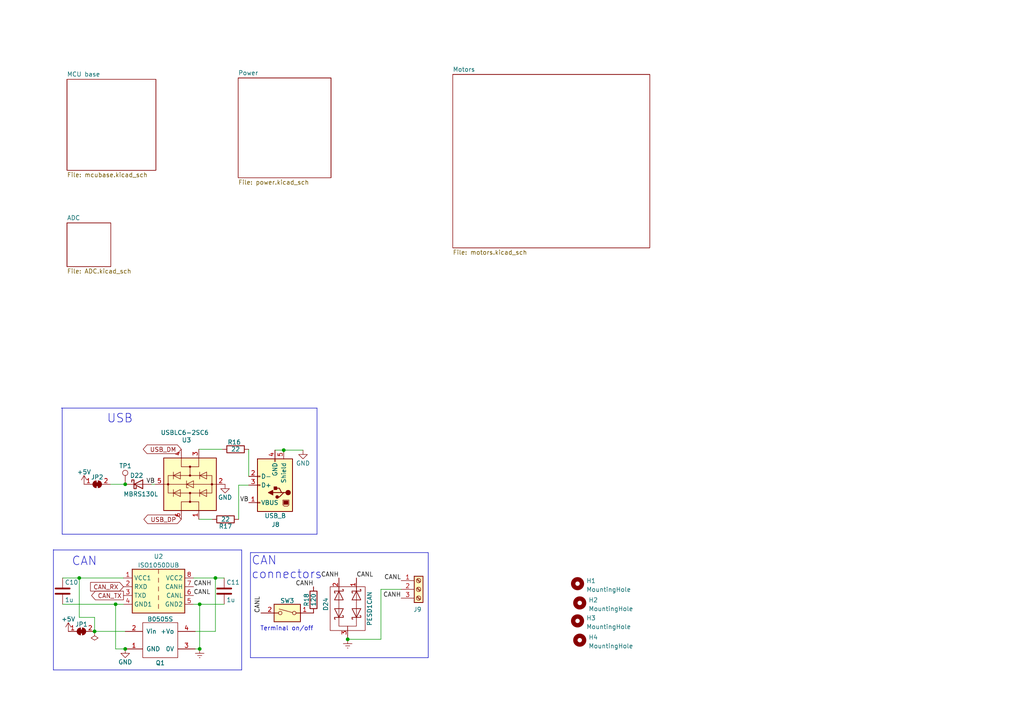
<source format=kicad_sch>
(kicad_sch (version 20250114) (generator "eeschema") (generator_version "9.0")
  (paper "A4")
  (lib_symbols
    (symbol "Connector:Screw_Terminal_01x03" (pin_names (offset 1.016) (hide yes))
      (property "Reference" "J" (at 0 5.08 0))
      (property "Value" "Screw_Terminal_01x03" (at 0 -5.08 0))
      (symbol "Screw_Terminal_01x03_1_1"
        (rectangle (start -1.27 3.81) (end 1.27 -3.81) (stroke (width 0.254)) (fill (type background)))
        (polyline (pts (xy -0.5334 2.8702) (xy 0.3302 2.032)) (stroke (width 0.1524)))
        (polyline (pts (xy -0.5334 0.3302) (xy 0.3302 -0.508)) (stroke (width 0.1524)))
        (polyline (pts (xy -0.5334 -2.2098) (xy 0.3302 -3.048)) (stroke (width 0.1524)))
        (polyline (pts (xy -0.3556 3.048) (xy 0.508 2.2098)) (stroke (width 0.1524)))
        (polyline (pts (xy -0.3556 0.508) (xy 0.508 -0.3302)) (stroke (width 0.1524)))
        (polyline (pts (xy -0.3556 -2.032) (xy 0.508 -2.8702)) (stroke (width 0.1524)))
        (circle (center 0 2.54) (radius 0.635) (stroke (width 0.1524)))
        (circle (center 0 0) (radius 0.635) (stroke (width 0.1524)))
        (circle (center 0 -2.54) (radius 0.635) (stroke (width 0.1524)))
        (pin passive line (at -5.08 2.54 0) (length 3.81) (name "Pin_1") (number "1"))
        (pin passive line (at -5.08 0 0) (length 3.81) (name "Pin_2") (number "2"))
        (pin passive line (at -5.08 -2.54 0) (length 3.81) (name "Pin_3") (number "3"))
      )
    )
    (symbol "Connector:TestPoint" (pin_numbers (hide yes)) (pin_names (offset 0.762) (hide yes))
      (property "Reference" "TP" (at 0 6.858 0))
      (property "Value" "TestPoint" (at 0 5.08 0))
      (symbol "TestPoint_0_1"
        (circle (center 0 3.302) (radius 0.762))
      )
      (symbol "TestPoint_1_1"
        (pin passive line (at 0 0 90) (length 2.54) (name "1") (number "1"))
      )
    )
    (symbol "Connector:USB_B" (pin_names (offset 1.016))
      (property "Reference" "J" (at -5.08 11.43 0))
      (property "Value" "USB_B" (at -5.08 8.89 0))
      (symbol "USB_B_0_1"
        (rectangle (start -5.08 -7.62) (end 5.08 7.62) (stroke (width 0.254)) (fill (type background)))
        (polyline (pts (xy -4.064 4.318) (xy -2.286 4.318) (xy -2.286 5.715) (xy -2.667 6.096) (xy -3.683 6.096) (xy -4.064 5.715) (xy -4.064 4.318)))
        (rectangle (start -3.81 5.588) (end -2.54 4.572) (fill (type outline)))
        (circle (center -3.81 2.159) (radius 0.635) (stroke (width 0.254)) (fill (type outline)))
        (polyline (pts (xy -3.175 2.159) (xy -2.54 2.159) (xy -1.27 3.429) (xy -0.635 3.429)) (stroke (width 0.254)))
        (polyline (pts (xy -2.54 2.159) (xy -1.905 2.159) (xy -1.27 0.889) (xy 0 0.889)) (stroke (width 0.254)))
        (polyline (pts (xy -1.905 2.159) (xy 0.635 2.159)) (stroke (width 0.254)))
        (circle (center -0.635 3.429) (radius 0.381) (stroke (width 0.254)) (fill (type outline)))
        (rectangle (start -0.127 -7.62) (end 0.127 -6.858))
        (rectangle (start 0.254 1.27) (end -0.508 0.508) (stroke (width 0.254)) (fill (type outline)))
        (polyline (pts (xy 0.635 2.794) (xy 0.635 1.524) (xy 1.905 2.159) (xy 0.635 2.794)) (stroke (width 0.254)) (fill (type outline)))
        (rectangle (start 5.08 4.953) (end 4.318 5.207))
        (rectangle (start 5.08 -0.127) (end 4.318 0.127))
        (rectangle (start 5.08 -2.667) (end 4.318 -2.413))
      )
      (symbol "USB_B_1_1"
        (pin passive line (at -2.54 -10.16 90) (length 2.54) (name "Shield") (number "5"))
        (pin power_out line (at 0 -10.16 90) (length 2.54) (name "GND") (number "4"))
        (pin power_out line (at 7.62 5.08 180) (length 2.54) (name "VBUS") (number "1"))
        (pin bidirectional line (at 7.62 0 180) (length 2.54) (name "D+") (number "3"))
        (pin bidirectional line (at 7.62 -2.54 180) (length 2.54) (name "D-") (number "2"))
      )
    )
    (symbol "Device:D_Schottky" (pin_numbers (hide yes)) (pin_names (offset 1.016) (hide yes))
      (property "Reference" "D" (at 0 2.54 0))
      (property "Value" "D_Schottky" (at 0 -2.54 0))
      (symbol "D_Schottky_0_1"
        (polyline (pts (xy -1.905 0.635) (xy -1.905 1.27) (xy -1.27 1.27) (xy -1.27 -1.27) (xy -0.635 -1.27) (xy -0.635 -0.635)) (stroke (width 0.254)))
        (polyline (pts (xy 1.27 1.27) (xy 1.27 -1.27) (xy -1.27 0) (xy 1.27 1.27)) (stroke (width 0.254)))
        (polyline (pts (xy 1.27 0) (xy -1.27 0)))
      )
      (symbol "D_Schottky_1_1"
        (pin passive line (at -3.81 0 0) (length 2.54) (name "K") (number "1"))
        (pin passive line (at 3.81 0 180) (length 2.54) (name "A") (number "2"))
      )
    )
    (symbol "Interface_CAN_LIN:ISO1050DUB"
      (property "Reference" "U" (at -6.35 6.35 0))
      (property "Value" "ISO1050DUB" (at 2.54 6.35 0))
      (symbol "ISO1050DUB_0_1"
        (rectangle (start -7.62 5.08) (end 7.62 -7.62) (stroke (width 0.254)) (fill (type background)))
        (polyline (pts (xy 0 5.08) (xy 0 3.81)))
        (polyline (pts (xy 0 2.54) (xy 0 1.27)))
        (polyline (pts (xy 0 0) (xy 0 -1.27)))
        (polyline (pts (xy 0 -2.54) (xy 0 -3.81)))
        (polyline (pts (xy 0 -5.08) (xy 0 -6.35)))
      )
      (symbol "ISO1050DUB_1_1"
        (pin power_in line (at -10.16 2.54 0) (length 2.54) (name "VCC1") (number "1"))
        (pin output line (at -10.16 0 0) (length 2.54) (name "RXD") (number "2"))
        (pin input line (at -10.16 -2.54 0) (length 2.54) (name "TXD") (number "3"))
        (pin power_in line (at -10.16 -5.08 0) (length 2.54) (name "GND1") (number "4"))
        (pin power_in line (at 10.16 2.54 180) (length 2.54) (name "VCC2") (number "8"))
        (pin bidirectional line (at 10.16 0 180) (length 2.54) (name "CANH") (number "7"))
        (pin bidirectional line (at 10.16 -2.54 180) (length 2.54) (name "CANL") (number "6"))
        (pin power_in line (at 10.16 -5.08 180) (length 2.54) (name "GND2") (number "5"))
      )
    )
    (symbol "Jumper:SolderJumper_2_Bridged" (pin_names (offset 0) (hide yes))
      (property "Reference" "JP" (at 0 2.032 0))
      (property "Value" "SolderJumper_2_Bridged" (at 0 -2.54 0))
      (symbol "SolderJumper_2_Bridged_0_1"
        (rectangle (start -0.508 0.508) (end 0.508 -0.508) (fill (type outline)))
        (polyline (pts (xy -0.254 1.016) (xy -0.254 -1.016)))
        (arc (start -0.254 -1.016) (mid -1.2656 0) (end -0.254 1.016))
        (arc (start -0.254 -1.016) (mid -1.2656 0) (end -0.254 1.016) (fill (type outline)))
        (arc (start 0.254 1.016) (mid 1.2656 0) (end 0.254 -1.016))
        (arc (start 0.254 1.016) (mid 1.2656 0) (end 0.254 -1.016) (fill (type outline)))
        (polyline (pts (xy 0.254 1.016) (xy 0.254 -1.016)))
      )
      (symbol "SolderJumper_2_Bridged_1_1"
        (pin passive line (at -3.81 0 0) (length 2.54) (name "A") (number "1"))
        (pin passive line (at 3.81 0 180) (length 2.54) (name "B") (number "2"))
      )
    )
    (symbol "Mechanical:MountingHole" (pin_names (offset 1.016))
      (property "Reference" "H" (at 0 5.08 0))
      (property "Value" "MountingHole" (at 0 3.175 0))
      (symbol "MountingHole_0_1"
        (circle (center 0 0) (radius 1.27) (stroke (width 1.27)))
      )
    )
    (symbol "Power_Protection:USBLC6-2SC6" (pin_names (hide yes))
      (property "Reference" "U" (at 2.54 8.89 0))
      (property "Value" "USBLC6-2SC6" (at 2.54 -8.89 0))
      (symbol "USBLC6-2SC6_0_1"
        (rectangle (start -7.62 -7.62) (end 7.62 7.62) (stroke (width 0.254)) (fill (type background)))
        (polyline (pts (xy -5.08 2.54) (xy -7.62 2.54)))
        (circle (center -5.08 0) (radius 0.254) (fill (type outline)))
        (polyline (pts (xy -5.08 0) (xy -5.08 -2.54)))
        (polyline (pts (xy -5.08 -2.54) (xy -7.62 -2.54)))
        (polyline (pts (xy -3.556 2.794) (xy -1.524 2.794) (xy -2.54 4.826) (xy -3.556 2.794)))
        (polyline (pts (xy -3.556 -4.826) (xy -1.524 -4.826) (xy -2.54 -2.794) (xy -3.556 -4.826)))
        (rectangle (start -2.54 6.35) (end 2.54 -6.35))
        (circle (center -2.54 0) (radius 0.254) (fill (type outline)))
        (polyline (pts (xy -2.54 0) (xy -5.08 0) (xy -5.08 2.54)))
        (polyline (pts (xy -1.524 4.826) (xy -3.556 4.826)))
        (polyline (pts (xy -1.524 -2.794) (xy -3.556 -2.794)))
        (polyline (pts (xy -1.016 -1.016) (xy 1.016 -1.016) (xy 0 1.016) (xy -1.016 -1.016)))
        (circle (center 0 6.35) (radius 0.254) (fill (type outline)))
        (polyline (pts (xy 0 6.35) (xy 0 7.62)))
        (polyline (pts (xy 0 1.27) (xy 0 6.35)))
        (polyline (pts (xy 0 -6.35) (xy 0 1.27)))
        (circle (center 0 -6.35) (radius 0.254) (fill (type outline)))
        (polyline (pts (xy 0 -7.62) (xy 0 -6.35)))
        (polyline (pts (xy 1.016 1.016) (xy 0.762 1.016) (xy -1.016 1.016) (xy -1.016 0.508)))
        (polyline (pts (xy 1.524 4.826) (xy 3.556 4.826)))
        (polyline (pts (xy 1.524 -2.794) (xy 3.556 -2.794)))
        (polyline (pts (xy 2.54 0) (xy 5.08 0) (xy 5.08 2.54)))
        (circle (center 2.54 0) (radius 0.254) (fill (type outline)))
        (polyline (pts (xy 3.556 2.794) (xy 1.524 2.794) (xy 2.54 4.826) (xy 3.556 2.794)))
        (polyline (pts (xy 3.556 -4.826) (xy 1.524 -4.826) (xy 2.54 -2.794) (xy 3.556 -4.826)))
        (polyline (pts (xy 5.08 2.54) (xy 7.62 2.54)))
        (polyline (pts (xy 5.08 0) (xy 5.08 -2.54)))
        (circle (center 5.08 0) (radius 0.254) (fill (type outline)))
        (polyline (pts (xy 5.08 -2.54) (xy 7.62 -2.54)))
      )
      (symbol "USBLC6-2SC6_1_1"
        (pin passive line (at -10.16 2.54 0) (length 2.54) (name "I/O1") (number "6"))
        (pin passive line (at -10.16 -2.54 0) (length 2.54) (name "I/O1") (number "1"))
        (pin passive line (at 0 10.16 270) (length 2.54) (name "VBUS") (number "5"))
        (pin passive line (at 0 -10.16 90) (length 2.54) (name "GND") (number "2"))
        (pin passive line (at 10.16 2.54 180) (length 2.54) (name "I/O2") (number "4"))
        (pin passive line (at 10.16 -2.54 180) (length 2.54) (name "I/O2") (number "3"))
      )
    )
    (symbol "Switch:SW_DIP_x01" (pin_names (offset 0) (hide yes))
      (property "Reference" "SW" (at 0 3.81 0))
      (property "Value" "SW_DIP_x01" (at 0 -3.81 0))
      (symbol "SW_DIP_x01_0_0"
        (circle (center -2.032 0) (radius 0.508))
        (polyline (pts (xy -1.524 0.127) (xy 2.3622 1.1684)))
        (circle (center 2.032 0) (radius 0.508))
      )
      (symbol "SW_DIP_x01_0_1"
        (rectangle (start -3.81 2.54) (end 3.81 -2.54) (stroke (width 0.254)) (fill (type background)))
      )
      (symbol "SW_DIP_x01_1_1"
        (pin passive line (at -7.62 0 0) (length 5.08) (name "~") (number "1"))
        (pin passive line (at 7.62 0 180) (length 5.08) (name "~") (number "2"))
      )
    )
    (symbol "elements:B0505S" (pin_names (offset 1.016))
      (property "Reference" "Q?" (at 0 6.35 0))
      (property "Value" "B0505S" (at 0 -6.35 0))
      (symbol "B0505S_0_1"
        (rectangle (start -5.08 5.08) (end 5.08 -5.08))
      )
      (symbol "B0505S_1_1"
        (pin power_in line (at -10.16 2.54 0) (length 5.08) (name "Vin") (number "2"))
        (pin power_in line (at -10.16 -2.54 0) (length 5.08) (name "GND") (number "1"))
        (pin power_out line (at 10.16 2.54 180) (length 5.08) (name "+Vo") (number "4"))
        (pin power_out line (at 10.16 -2.54 180) (length 5.08) (name "0V") (number "3"))
      )
    )
    (symbol "elements:PESD1CAN" (pin_names (offset 0.762) (hide yes))
      (property "Reference" "D" (at 0 -8.89 0))
      (property "Value" "PESD1CAN" (at 1.27 3.81 0))
      (symbol "PESD1CAN_0_1"
        (rectangle (start -5.08 2.54) (end 7.62 -7.62))
        (polyline (pts (xy -3.81 1.27) (xy -3.81 -1.27) (xy -3.81 -1.27)) (stroke (width 0.2032)))
        (polyline (pts (xy -3.81 1.27) (xy -4.318 1.27) (xy -4.318 1.016) (xy -4.318 1.016)) (stroke (width 0.2032)))
        (polyline (pts (xy -3.81 -3.81) (xy -3.81 -6.35) (xy -3.81 -6.35)) (stroke (width 0.2032)))
        (polyline (pts (xy -3.81 -3.81) (xy -4.318 -3.81) (xy -4.318 -4.064) (xy -4.318 -4.064)) (stroke (width 0.2032)))
        (polyline (pts (xy -3.556 0) (xy 3.81 0)))
        (polyline (pts (xy -3.556 -5.08) (xy 3.81 -5.08)))
        (polyline (pts (xy -3.302 -1.016) (xy -3.302 -1.27) (xy -3.81 -1.27) (xy -3.81 -1.27) (xy -3.81 -1.27)) (stroke (width 0.2032)))
        (polyline (pts (xy -3.302 -6.096) (xy -3.302 -6.35) (xy -3.81 -6.35) (xy -3.81 -6.35) (xy -3.81 -6.35)) (stroke (width 0.2032)))
        (polyline (pts (xy -1.27 -1.27) (xy -3.81 0) (xy -1.27 1.27) (xy -1.27 -1.27) (xy -1.27 -1.27) (xy -1.27 -1.27)) (stroke (width 0.2032)))
        (polyline (pts (xy -1.27 -6.35) (xy -3.81 -5.08) (xy -1.27 -3.81) (xy -1.27 -6.35) (xy -1.27 -6.35) (xy -1.27 -6.35)) (stroke (width 0.2032)))
        (polyline (pts (xy 1.27 1.27) (xy 3.81 0) (xy 1.27 -1.27) (xy 1.27 1.27) (xy 1.27 1.27) (xy 1.27 1.27)) (stroke (width 0.2032)))
        (polyline (pts (xy 1.27 -3.81) (xy 3.81 -5.08) (xy 1.27 -6.35) (xy 1.27 -3.81) (xy 1.27 -3.81) (xy 1.27 -3.81)) (stroke (width 0.2032)))
        (polyline (pts (xy 3.81 1.27) (xy 3.81 -1.27) (xy 3.81 -1.27)) (stroke (width 0.2032)))
        (polyline (pts (xy 3.81 1.27) (xy 3.302 1.27) (xy 3.302 1.016) (xy 3.302 1.016)) (stroke (width 0.2032)))
        (polyline (pts (xy 3.81 0) (xy 6.35 0) (xy 6.35 -5.08) (xy 3.81 -5.08)))
        (polyline (pts (xy 3.81 -1.27) (xy 4.318 -1.27) (xy 4.318 -1.016) (xy 4.318 -1.016)) (stroke (width 0.2032)))
        (polyline (pts (xy 3.81 -3.81) (xy 3.81 -6.35) (xy 3.81 -6.35)) (stroke (width 0.2032)))
        (polyline (pts (xy 3.81 -3.81) (xy 3.302 -3.81) (xy 3.302 -4.064) (xy 3.302 -4.064)) (stroke (width 0.2032)))
        (polyline (pts (xy 3.81 -6.35) (xy 4.318 -6.35) (xy 4.318 -6.096) (xy 4.318 -6.096)) (stroke (width 0.2032)))
        (pin passive line (at -7.62 0 0) (length 3.81) (name "K") (number "1"))
        (pin passive line (at -7.62 -5.08 0) (length 3.81) (name "K") (number "2"))
        (pin passive line (at 10.16 -2.54 180) (length 3.81) (name "O") (number "3"))
      )
    )
    (symbol "power:Earth" (power) (pin_names (offset 0))
      (symbol "Earth_0_1"
        (polyline (pts (xy -0.635 -1.905) (xy 0.635 -1.905)))
        (polyline (pts (xy -0.127 -2.54) (xy 0.127 -2.54)))
        (polyline (pts (xy 0 -1.27) (xy 0 0)))
        (polyline (pts (xy 1.27 -1.27) (xy -1.27 -1.27)))
      )
      (symbol "Earth_1_1"
        (pin power_in line (at 0 0 270) (length 0) (hide yes) (name "Earth") (number "1"))
      )
    )
    (symbol "power:GND" (power) (pin_names (offset 0))
      (property "Value" "GND" (at 0 -3.81 0))
      (symbol "GND_0_1"
        (polyline (pts (xy 0 0) (xy 0 -1.27) (xy 1.27 -1.27) (xy 0 -2.54) (xy -1.27 -1.27) (xy 0 -1.27)))
      )
      (symbol "GND_1_1"
        (pin power_in line (at 0 0 270) (length 0) (hide yes) (name "GND") (number "1"))
      )
    )
    (symbol "power:PWR_FLAG" (power) (pin_numbers (hide yes)) (pin_names (offset 0) (hide yes))
      (property "Value" "PWR_FLAG" (at 0 3.81 0))
      (symbol "PWR_FLAG_0_0"
        (pin power_out line (at 0 0 90) (length 0) (name "pwr") (number "1"))
      )
      (symbol "PWR_FLAG_0_1"
        (polyline (pts (xy 0 0) (xy 0 1.27) (xy -1.016 1.905) (xy 0 2.54) (xy 1.016 1.905) (xy 0 1.27)))
      )
    )
    (symbol "stm32-rescue:+5V" (power) (pin_names (offset 0))
      (property "Value" "+5V" (at 0 3.556 0))
      (symbol "+5V_0_1"
        (polyline (pts (xy -0.762 1.27) (xy 0 2.54)))
        (polyline (pts (xy 0 2.54) (xy 0.762 1.27)))
        (polyline (pts (xy 0 0) (xy 0 2.54)))
      )
      (symbol "+5V_1_1"
        (pin power_in line (at 0 0 90) (length 0) (hide yes) (name "+5V") (number "1"))
      )
    )
    (symbol "stm32-rescue:C" (pin_numbers (hide yes)) (pin_names (offset 0.254))
      (property "Reference" "C" (at 0.635 2.54 0))
      (property "Value" "C" (at 0.635 -2.54 0))
      (symbol "C_0_1"
        (polyline (pts (xy -2.032 0.762) (xy 2.032 0.762)) (stroke (width 0.508)))
        (polyline (pts (xy -2.032 -0.762) (xy 2.032 -0.762)) (stroke (width 0.508)))
      )
      (symbol "C_1_1"
        (pin passive line (at 0 3.81 270) (length 2.794) (name "~") (number "1"))
        (pin passive line (at 0 -3.81 90) (length 2.794) (name "~") (number "2"))
      )
    )
    (symbol "stm32-rescue:R" (pin_numbers (hide yes)) (pin_names (offset 0))
      (property "Reference" "R" (at 2.032 0 90))
      (property "Value" "R" (at 0 0 90))
      (symbol "R_0_1"
        (rectangle (start -1.016 -2.54) (end 1.016 2.54) (stroke (width 0.254)))
      )
      (symbol "R_1_1"
        (pin passive line (at 0 3.81 270) (length 1.27) (name "~") (number "1"))
        (pin passive line (at 0 -3.81 90) (length 1.27) (name "~") (number "2"))
      )
    )
  )
  (text "Terminal on/off" (at 75.438 183.134 0) (effects (font (size 1.27 1.27)) (justify left bottom)))
  (text "USB" (at 38.608 122.936 0) (effects (font (size 2.4892 2.4892)) (justify right bottom)))
  (text "CAN\nconnectors" (at 72.898 168.148 0) (effects (font (size 2.4892 2.4892)) (justify left bottom)))
  (text "CAN" (at 28.194 164.338 0) (effects (font (size 2.4892 2.4892)) (justify right bottom)))
  (junction (at 57.912 188.214))
  (junction (at 27.432 183.134))
  (junction (at 100.838 185.42))
  (junction (at 36.322 140.462))
  (junction (at 36.322 188.214))
  (junction (at 33.528 175.26))
  (junction (at 22.987 167.64))
  (junction (at 82.296 130.556))
  (junction (at 57.912 175.26))
  (junction (at 62.484 167.64))
  (wire (pts (xy 116.332 170.942) (xy 110.49 170.942)))
  (wire (pts (xy 22.987 167.64) (xy 22.987 179.07)))
  (wire (pts (xy 72.136 130.302) (xy 72.136 138.176)))
  (polyline (pts (xy 17.78 118.364) (xy 91.948 118.364)))
  (polyline (pts (xy 18.034 154.94) (xy 91.948 154.94)))
  (wire (pts (xy 57.912 175.26) (xy 57.912 188.214)))
  (wire (pts (xy 62.484 183.134) (xy 62.484 167.64)))
  (polyline (pts (xy 70.104 194.31) (xy 15.494 194.31)))
  (wire (pts (xy 62.484 167.64) (xy 65.024 167.64)))
  (wire (pts (xy 79.756 130.556) (xy 82.296 130.556)))
  (polyline (pts (xy 72.644 160.274) (xy 124.206 160.274)))
  (wire (pts (xy 36.322 188.214) (xy 33.528 188.214)))
  (wire (pts (xy 22.987 179.07) (xy 27.432 179.07)))
  (polyline (pts (xy 124.206 190.754) (xy 72.644 190.754)))
  (wire (pts (xy 18.161 175.26) (xy 33.528 175.26)))
  (wire (pts (xy 57.912 188.214) (xy 56.642 188.214)))
  (wire (pts (xy 65.024 175.26) (xy 57.912 175.26)))
  (polyline (pts (xy 18.034 118.364) (xy 18.034 154.94)))
  (polyline (pts (xy 15.494 159.512) (xy 70.104 159.512)))
  (wire (pts (xy 27.432 183.134) (xy 36.322 183.134)))
  (wire (pts (xy 33.528 175.26) (xy 35.814 175.26)))
  (wire (pts (xy 57.658 130.302) (xy 64.516 130.302)))
  (polyline (pts (xy 124.206 160.274) (xy 124.206 190.754)))
  (wire (pts (xy 22.987 167.64) (xy 35.814 167.64)))
  (polyline (pts (xy 15.494 194.31) (xy 15.494 159.385)))
  (wire (pts (xy 69.215 140.716) (xy 72.136 140.716)))
  (wire (pts (xy 56.134 175.26) (xy 57.912 175.26)))
  (wire (pts (xy 56.134 167.64) (xy 62.484 167.64)))
  (polyline (pts (xy 70.104 159.512) (xy 70.104 194.31)))
  (wire (pts (xy 82.296 130.556) (xy 87.884 130.556)))
  (wire (pts (xy 32.004 140.462) (xy 36.322 140.462)))
  (wire (pts (xy 56.642 183.134) (xy 62.484 183.134)))
  (wire (pts (xy 18.161 167.64) (xy 22.987 167.64)))
  (wire (pts (xy 110.49 170.942) (xy 110.49 185.42)))
  (wire (pts (xy 57.658 150.622) (xy 61.595 150.622)))
  (wire (pts (xy 33.528 188.214) (xy 33.528 175.26)))
  (wire (pts (xy 69.215 150.622) (xy 69.215 140.716)))
  (polyline (pts (xy 72.644 160.274) (xy 72.644 190.754)))
  (polyline (pts (xy 91.948 154.94) (xy 91.948 118.364)))
  (wire (pts (xy 100.838 185.42) (xy 110.49 185.42)))
  (wire (pts (xy 43.942 140.462) (xy 44.958 140.462)))
  (wire (pts (xy 27.432 179.07) (xy 27.432 183.134)))
  (label "VB" (at 44.958 140.462 180))
  (label "CANH" (at 90.932 170.18 180))
  (label "CANH" (at 98.298 167.64 180))
  (label "CANL" (at 116.332 168.402 180))
  (label "CANL" (at 103.378 167.64 0))
  (label "VB" (at 72.136 145.796 180))
  (label "CANL" (at 75.692 177.8 90))
  (label "CANL" (at 56.134 172.72 0))
  (label "CANH" (at 116.332 173.482 180))
  (label "CANH" (at 56.134 170.18 0))
  (global_label "USB_DP" (shape bidirectional) (at 52.578 150.622 180) (property "Intersheetrefs" "${INTERSHEET_REFS}" (effects (hide yes))))
  (global_label "CAN_TX" (shape output) (at 35.814 172.72 180) (property "Intersheetrefs" "${INTERSHEET_REFS}" (effects (hide yes))))
  (global_label "USB_DM" (shape bidirectional) (at 52.578 130.302 180) (property "Intersheetrefs" "${INTERSHEET_REFS}" (effects (hide yes))))
  (global_label "CAN_RX" (shape input) (at 35.814 170.18 180) (property "Intersheetrefs" "${INTERSHEET_REFS}" (effects (hide yes))))
  (symbol (lib_id "Connector:USB_B") (at 79.756 140.716 180) (unit 1)
    (property "Reference" "J8" (at 78.74 152.146 0) (effects (justify right)))
    (property "Value" "USB_B" (at 76.708 149.606 0) (effects (justify right)))
    (property "Footprint" "Connector_USB:USB_B_OST_USB-B1HSxx_Horizontal" (effects (hide yes)))
    (property "Datasheet" " ~" (effects (hide yes)))
  )
  (symbol (lib_id "Mechanical:MountingHole") (at 168.148 174.879 0) (unit 1)
    (property "Reference" "H2" (at 170.688 174.0443 0) (effects (justify left)))
    (property "Value" "MountingHole" (at 170.688 176.5812 0) (effects (justify left)))
    (property "Footprint" "MountingHole:MountingHole_3.2mm_M3_DIN965_Pad" (effects (hide yes)))
  )
  (symbol (lib_id "power:PWR_FLAG") (at 27.432 183.134 180) (unit 1)
    (property "Reference" "#FLG0106" (effects (hide yes)))
    (property "Value" "PWR_FLAG" (effects (hide yes)))
  )
  (symbol (lib_id "power:GND") (at 36.322 188.214 0) (unit 1)
    (property "Reference" "#PWR019" (effects (hide yes)))
    (property "Value" "GND" (at 36.322 192.024 0))
  )
  (symbol (lib_id "Mechanical:MountingHole") (at 167.513 180.086 0) (unit 1)
    (property "Reference" "H3" (at 170.053 179.2513 0) (effects (justify left)))
    (property "Value" "MountingHole" (at 170.053 181.7882 0) (effects (justify left)))
    (property "Footprint" "MountingHole:MountingHole_3.2mm_M3_DIN965_Pad" (effects (hide yes)))
  )
  (symbol (lib_id "stm32-rescue:R") (at 90.932 173.99 180) (unit 1)
    (property "Reference" "R18" (at 88.9 173.99 90))
    (property "Value" "120" (at 90.932 173.99 90))
    (property "Footprint" "Resistor_SMD:R_1210_3225Metric_Pad1.30x2.65mm_HandSolder" (effects (hide yes)))
  )
  (symbol (lib_id "elements:PESD1CAN") (at 103.378 175.26 270) (unit 1)
    (property "Reference" "D24" (at 94.488 175.26 0))
    (property "Value" "PESD1CAN" (at 107.188 176.53 0))
    (property "Footprint" "Package_TO_SOT_SMD:SOT-23" (effects (hide yes)))
  )
  (symbol (lib_id "power:Earth") (at 100.838 185.42 0) (unit 1)
    (property "Reference" "#PWR023" (effects (hide yes)))
    (property "Value" "Earth" (effects (hide yes)))
  )
  (symbol (lib_id "stm32-rescue:C") (at 65.024 171.45 0) (unit 1)
    (property "Reference" "C11" (at 65.659 168.91 0) (effects (justify left)))
    (property "Value" "1u" (at 65.659 173.99 0) (effects (justify left)))
    (property "Footprint" "Capacitor_SMD:C_0603_1608Metric_Pad1.08x0.95mm_HandSolder" (effects (hide yes)))
  )
  (symbol (lib_id "stm32-rescue:R") (at 65.405 150.622 270) (unit 1)
    (property "Reference" "R17" (at 65.405 152.654 90))
    (property "Value" "22" (at 65.405 150.622 90))
    (property "Footprint" "Resistor_SMD:R_0603_1608Metric_Pad0.98x0.95mm_HandSolder" (effects (hide yes)))
  )
  (symbol (lib_id "Jumper:SolderJumper_2_Bridged") (at 28.194 140.462 0) (unit 1)
    (property "Reference" "JP2" (at 28.194 138.4102 0))
    (property "Value" "USB5V" (effects (hide yes)))
    (property "Footprint" "Jumper:SolderJumper-2_P1.3mm_Open_TrianglePad1.0x1.5mm" (effects (hide yes)))
  )
  (symbol (lib_id "stm32-rescue:R") (at 68.326 130.302 270) (unit 1)
    (property "Reference" "R16" (at 67.945 128.27 90))
    (property "Value" "22" (at 68.326 130.302 90))
    (property "Footprint" "Resistor_SMD:R_0603_1608Metric_Pad0.98x0.95mm_HandSolder" (effects (hide yes)))
  )
  (symbol (lib_id "Power_Protection:USBLC6-2SC6") (at 55.118 140.462 90) (unit 1)
    (property "Reference" "U3" (at 54.102 127.635 90))
    (property "Value" "USBLC6-2SC6" (at 53.594 125.476 90))
    (property "Footprint" "Package_TO_SOT_SMD:SOT-23-6" (effects (hide yes)))
    (property "Datasheet" "https://www.st.com/resource/en/datasheet/usblc6-2.pdf" (effects (hide yes)))
  )
  (symbol (lib_id "power:Earth") (at 57.912 188.214 0) (unit 1)
    (property "Reference" "#PWR020" (effects (hide yes)))
    (property "Value" "Earth" (effects (hide yes)))
  )
  (symbol (lib_id "Switch:SW_DIP_x01") (at 83.312 177.8 0) (mirror y) (unit 1)
    (property "Reference" "SW3" (at 83.312 174.244 0))
    (property "Value" "SW_DIP_x01" (effects (hide yes)))
    (property "Footprint" "Button_Switch_THT:SW_DIP_SPSTx01_Slide_6.7x4.1mm_W7.62mm_P2.54mm_LowProfile" (effects (hide yes)))
  )
  (symbol (lib_id "power:GND") (at 87.884 130.556 0) (unit 1)
    (property "Reference" "#PWR022" (effects (hide yes)))
    (property "Value" "GND" (at 87.884 134.366 0))
  )
  (symbol (lib_id "power:GND") (at 65.278 140.462 0) (unit 1)
    (property "Reference" "#PWR021" (effects (hide yes)))
    (property "Value" "GND" (at 65.278 144.272 0))
  )
  (symbol (lib_id "stm32-rescue:C") (at 18.161 171.45 0) (unit 1)
    (property "Reference" "C10" (at 18.796 168.91 0) (effects (justify left)))
    (property "Value" "1u" (at 18.796 173.99 0) (effects (justify left)))
    (property "Footprint" "Capacitor_SMD:C_0603_1608Metric_Pad1.08x0.95mm_HandSolder" (effects (hide yes)))
  )
  (symbol (lib_id "stm32-rescue:+5V") (at 24.384 140.462 0) (unit 1)
    (property "Reference" "#PWR016" (effects (hide yes)))
    (property "Value" "+5V" (at 24.384 136.906 0))
  )
  (symbol (lib_id "Connector:Screw_Terminal_01x03") (at 121.412 170.942 0) (unit 1)
    (property "Reference" "J9" (at 119.888 176.784 0) (effects (justify left)))
    (property "Value" "Screw_Terminal_01x03" (effects (hide yes)))
    (property "Footprint" "TerminalBlock_Phoenix:TerminalBlock_Phoenix_MKDS-1,5-3_1x03_P5.00mm_Horizontal" (effects (hide yes)))
  )
  (symbol (lib_id "Interface_CAN_LIN:ISO1050DUB") (at 45.974 170.18 0) (unit 1)
    (property "Reference" "U2" (at 45.974 161.4002 0))
    (property "Value" "ISO1050DUB" (at 45.974 163.9371 0))
    (property "Footprint" "Package_SO:SOP-8_6.62x9.15mm_P2.54mm" (effects (hide yes)))
    (property "Datasheet" "http://www.ti.com/lit/ds/symlink/iso1050.pdf" (effects (hide yes)))
  )
  (symbol (lib_id "stm32-rescue:+5V") (at 19.812 183.134 0) (unit 1)
    (property "Reference" "#PWR017" (effects (hide yes)))
    (property "Value" "+5V" (at 19.812 179.578 0))
  )
  (symbol (lib_id "Jumper:SolderJumper_2_Bridged") (at 23.622 183.134 0) (unit 1)
    (property "Reference" "JP1" (at 23.622 181.0822 0))
    (property "Value" "CAN" (effects (hide yes)))
    (property "Footprint" "Jumper:SolderJumper-2_P1.3mm_Open_TrianglePad1.0x1.5mm" (effects (hide yes)))
  )
  (symbol (lib_id "Device:D_Schottky") (at 40.132 140.462 0) (unit 1)
    (property "Reference" "D22" (at 39.624 137.922 0))
    (property "Value" "MBRS130L" (at 40.8432 143.3068 0))
    (property "Footprint" "Diode_SMD:D_SMB_Handsoldering" (effects (hide yes)))
  )
  (symbol (lib_id "Mechanical:MountingHole") (at 167.513 169.291 0) (unit 1)
    (property "Reference" "H1" (at 170.053 168.4563 0) (effects (justify left)))
    (property "Value" "MountingHole" (at 170.053 170.9932 0) (effects (justify left)))
    (property "Footprint" "MountingHole:MountingHole_3.2mm_M3_DIN965_Pad" (effects (hide yes)))
  )
  (symbol (lib_id "elements:B0505S") (at 46.482 185.674 0) (unit 1)
    (property "Reference" "Q1" (at 46.482 192.278 0))
    (property "Value" "B0505S" (at 46.482 179.578 0))
    (property "Footprint" "stepper:B0x0xS" (effects (hide yes)))
  )
  (symbol (lib_id "Mechanical:MountingHole") (at 168.148 185.674 0) (unit 1)
    (property "Reference" "H4" (at 170.688 184.8393 0) (effects (justify left)))
    (property "Value" "MountingHole" (at 170.688 187.3762 0) (effects (justify left)))
    (property "Footprint" "MountingHole:MountingHole_3.2mm_M3_DIN965_Pad" (effects (hide yes)))
  )
  (symbol (lib_id "Connector:TestPoint") (at 36.322 140.462 0) (unit 1)
    (property "Reference" "TP1" (at 34.544 135.128 0) (effects (justify left)))
    (property "Value" "5Vusb" (effects (hide yes)))
    (property "Footprint" "TestPoint:TestPoint_THTPad_1.5x1.5mm_Drill0.7mm" (effects (hide yes)))
  )
  (sheet (at 19.431 22.987) (size 25.781 26.416) (stroke (width 0.1524))
    (property "Sheetname" "MCU base" (at 19.431 22.2754 0) (effects (justify left bottom)))
    (property "Sheetfile" "mcubase.kicad_sch" (at 19.431 49.9876 0) (effects (justify left top)))
  )
  (sheet (at 69.088 22.606) (size 26.924 28.956) (stroke (width 0.1524))
    (property "Sheetname" "Power" (at 69.088 21.8944 0) (effects (justify left bottom)))
    (property "Sheetfile" "power.kicad_sch" (at 69.088 52.1466 0) (effects (justify left top)))
  )
  (sheet (at 19.431 64.643) (size 12.7 12.7) (stroke (width 0.1524))
    (property "Sheetname" "ADC" (at 19.431 63.9314 0) (effects (justify left bottom)))
    (property "Sheetfile" "ADC.kicad_sch" (at 19.431 77.9276 0) (effects (justify left top)))
  )
  (sheet (at 131.318 21.59) (size 57.15 50.292) (stroke (width 0.1524))
    (property "Sheetname" "Motors" (at 131.318 20.8784 0) (effects (justify left bottom)))
    (property "Sheetfile" "motors.kicad_sch" (at 131.318 72.4666 0) (effects (justify left top)))
  )
)
</source>
